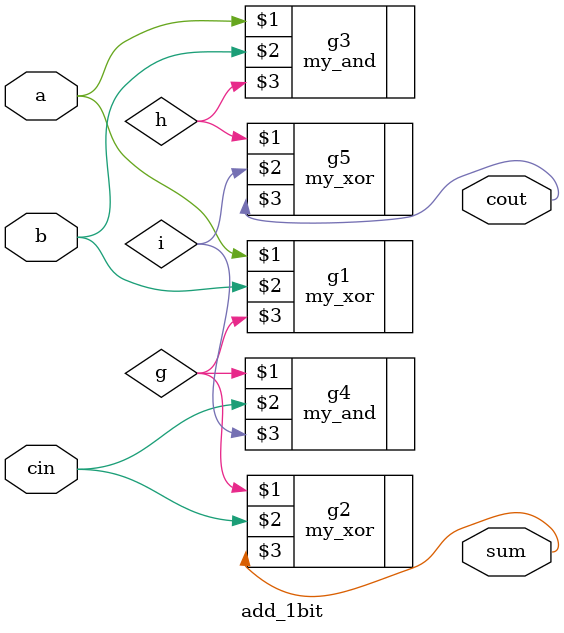
<source format=v>
module add_1bit(cout, sum, a, b, cin);
output cout, sum;
input a, b, cin;
wire g, h, i;

my_xor g1 (a, b, g);
my_xor g2 ( g, cin, sum);
my_and g3 (a, b, h);
my_and g4 (g, cin, i);
my_xor g5 (h,i, cout);

endmodule
</source>
